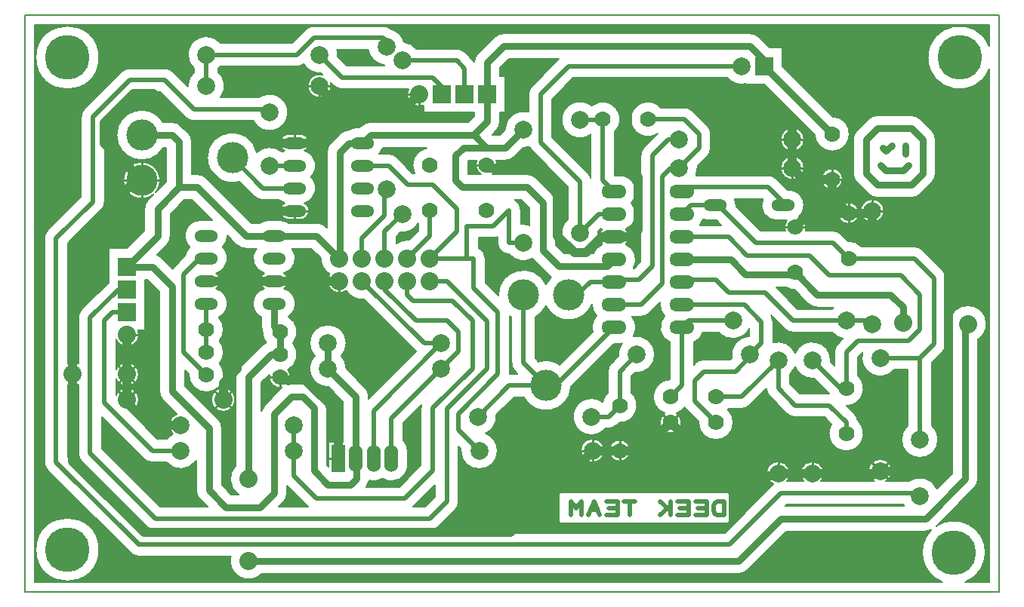
<source format=gbr>
G04 DesignSpark PCB Gerber Version 11.0 Build 5877*
%FSLAX34Y34*%
%MOIN*%
%ADD70O,0.06000X0.12000*%
%ADD19R,0.06000X0.12000*%
%ADD71R,0.07874X0.07874*%
%ADD10C,0.00500*%
%ADD11C,0.01000*%
%ADD18C,0.01969*%
%ADD15C,0.02000*%
%ADD14C,0.03000*%
%ADD12C,0.04000*%
%ADD21C,0.07000*%
%ADD16C,0.07874*%
%ADD13C,0.08000*%
%ADD22C,0.13780*%
%ADD17C,0.19685*%
%ADD20O,0.10400X0.05200*%
%ADD23O,0.11000X0.06000*%
X0Y0D02*
D02*
D10*
X25Y150D02*
X43025D01*
Y25650D01*
X25D01*
Y150D01*
X469Y25206D02*
Y594D01*
X40513D01*
G75*
G02*
X40035Y2894I512J1306D01*
G01*
G75*
G02*
X39775Y2831I-260J506D01*
G01*
X33636D01*
X31927Y1123D01*
G75*
G02*
X31525Y956I-402J402D01*
G01*
X10489D01*
G75*
G02*
X9108Y1731I-589J569D01*
G01*
X5025D01*
G75*
G02*
X4576Y1991I0J519D01*
G01*
X1033Y5533D01*
G75*
G02*
X881Y5900I367J367D01*
G01*
Y15775D01*
G75*
G02*
X1033Y16142I519J0D01*
G01*
X2506Y17615D01*
Y21150D01*
G75*
G02*
X2658Y21517I519J0D01*
G01*
X4283Y23142D01*
G75*
G02*
X4650Y23294I367J-367D01*
G01*
X6200D01*
G75*
G02*
X6567Y23142I0J-519D01*
G01*
X7213Y22495D01*
G75*
G02*
X7213Y22525I812J30D01*
G01*
G75*
G02*
X7506Y23150I812J0D01*
G01*
Y23275D01*
G75*
G02*
X7213Y23900I519J625D01*
G01*
G75*
G02*
X8650Y24419I812J0D01*
G01*
X11810D01*
X12408Y25017D01*
G75*
G02*
X12775Y25169I367J-367D01*
G01*
X15824D01*
G75*
G02*
X16168Y25039I1J-519D01*
G01*
G75*
G02*
X16760Y24458I-193J-789D01*
G01*
G75*
G02*
X17300Y24169I-85J-808D01*
G01*
X19075D01*
G75*
G02*
X19442Y24017I0J-519D01*
G01*
X19792Y23667D01*
G75*
G02*
X19857Y23586I-366J-367D01*
G01*
G75*
G02*
X20023Y23952I568J-36D01*
G01*
X20748Y24677D01*
G75*
G02*
X21150Y24844I402J-402D01*
G01*
X32025D01*
G75*
G02*
X32427Y24677I0J-569D01*
G01*
X32892Y24212D01*
X33462D01*
Y23392D01*
X35686Y21168D01*
G75*
G02*
X35650Y19631I-36J-768D01*
G01*
G75*
G02*
X34882Y20364I0J769D01*
G01*
X32658Y22588D01*
X31838D01*
Y22610D01*
G75*
G02*
X31025Y22881I-188J790D01*
G01*
X24240D01*
X23294Y21935D01*
Y20240D01*
X24892Y18642D01*
G75*
G02*
X25006Y18468I-367J-367D01*
G01*
Y20371D01*
G75*
G02*
X23713Y21025I-481J654D01*
G01*
G75*
G02*
X25044Y21650I812J0D01*
G01*
G75*
G02*
X26044Y20483I481J-600D01*
G01*
Y18569D01*
X26275D01*
G75*
G02*
X26791Y17350I0J-719D01*
G01*
G75*
G02*
X26540Y16182I-516J-500D01*
G01*
G75*
G02*
Y15518I-265J-332D01*
G01*
G75*
G02*
X26884Y14469I-265J-668D01*
G01*
X26910D01*
X27206Y14765D01*
Y19450D01*
G75*
G02*
X27358Y19817I519J0D01*
G01*
X27953Y20411D01*
G75*
G02*
X26756Y21050I-428J639D01*
G01*
G75*
G02*
X28092Y21569I769J0D01*
G01*
X29125D01*
G75*
G02*
X29492Y21417I0J-519D01*
G01*
X30142Y20767D01*
G75*
G02*
X30294Y20400I-367J-367D01*
G01*
Y19775D01*
G75*
G02*
X30142Y19408I-519J0D01*
G01*
X29709Y18975D01*
G75*
G02*
X29712Y18900I-809J-75D01*
G01*
G75*
G02*
X29642Y18569I-812J0D01*
G01*
X32825D01*
G75*
G02*
X33192Y18417I0J-519D01*
G01*
X33680Y17929D01*
X33735D01*
G75*
G02*
X34168Y16728I0J-679D01*
G01*
G75*
G02*
X34474Y16119I-143J-453D01*
G01*
X35675D01*
G75*
G02*
X36042Y15967I0J-519D01*
G01*
X36341Y15668D01*
G75*
G02*
X36375Y15669I35J-768D01*
G01*
G75*
G02*
X36942Y15419I0J-769D01*
G01*
X39275D01*
G75*
G02*
X39642Y15267I0J-519D01*
G01*
X40517Y14392D01*
G75*
G02*
X40669Y14025I-367J-367D01*
G01*
Y11125D01*
G75*
G02*
X40517Y10758I-519J0D01*
G01*
X40044Y10285D01*
Y7525D01*
G75*
G02*
X40337Y6900I-519J-625D01*
G01*
G75*
G02*
X38713I-812J0D01*
G01*
G75*
G02*
X39006Y7525I812J0D01*
G01*
Y9981D01*
X38400D01*
G75*
G02*
X36996Y10731I-625J519D01*
G01*
X36990D01*
X36794Y10535D01*
Y9717D01*
G75*
G02*
X36277Y8381I-519J-567D01*
G01*
X36642Y8017D01*
G75*
G02*
X36789Y7722I-367J-367D01*
G01*
G75*
G02*
X36275Y6381I-514J-572D01*
G01*
G75*
G02*
X35627Y7564I0J769D01*
G01*
X35310Y7881D01*
X34025D01*
G75*
G02*
X33658Y8033I0J519D01*
G01*
X32908Y8783D01*
G75*
G02*
X32756Y9148I367J367D01*
G01*
X32017Y8408D01*
G75*
G02*
X31650Y8256I-367J367D01*
G01*
X31092D01*
G75*
G02*
X31049Y8213I-567J519D01*
G01*
G75*
G02*
X31294Y7650I-524J-562D01*
G01*
G75*
G02*
X29756I-769J0D01*
G01*
G75*
G02*
X29757Y7684I769J0D01*
G01*
X29208Y8233D01*
G75*
G02*
X29141Y8316I366J367D01*
G01*
G75*
G02*
X28781Y8050I-616J459D01*
G01*
G75*
G02*
X29000Y7650I-256J-400D01*
G01*
G75*
G02*
X28050I-475J0D01*
G01*
G75*
G02*
X28269Y8050I475J0D01*
G01*
G75*
G02*
X28506Y9543I256J725D01*
G01*
Y11183D01*
G75*
G02*
X28259Y12350I269J667D01*
G01*
G75*
G02*
X28056Y12850I516J500D01*
G01*
G75*
G02*
X28064Y12956I719J0D01*
G01*
X27592Y12483D01*
G75*
G02*
X27225Y12331I-367J367D01*
G01*
X26809D01*
G75*
G02*
X26870Y11448I-534J-481D01*
G01*
G75*
G02*
X27837Y10650I155J-798D01*
G01*
G75*
G02*
X26950Y9841I-812J0D01*
G01*
X26794Y9685D01*
Y8967D01*
G75*
G02*
X26275Y7631I-519J-567D01*
G01*
G75*
G02*
X26241Y7632I0J769D01*
G01*
X26142Y7533D01*
G75*
G02*
X25775Y7381I-367J367D01*
G01*
X25650D01*
G75*
G02*
X24213Y7900I-625J519D01*
G01*
G75*
G02*
X25520Y8544I812J0D01*
G01*
G75*
G02*
X25756Y8967I755J-144D01*
G01*
Y9900D01*
G75*
G02*
X25908Y10267I519J0D01*
G01*
X26216Y10575D01*
G75*
G02*
X26213Y10650I809J75D01*
G01*
G75*
G02*
X26376Y11138I812J0D01*
G01*
G75*
G02*
X26275Y11131I-101J712D01*
G01*
X26040D01*
X24131Y9223D01*
G75*
G02*
X22046Y8756I-1106J52D01*
G01*
X21615D01*
X20834Y7975D01*
G75*
G02*
X20837Y7900I-809J-75D01*
G01*
G75*
G02*
X20361Y7160I-812J0D01*
G01*
G75*
G02*
X20887Y6400I-286J-760D01*
G01*
G75*
G02*
X19263I-812J0D01*
G01*
G75*
G02*
X19266Y6475I813J0D01*
G01*
X19169Y6573D01*
Y4150D01*
G75*
G02*
X19017Y3783I-519J0D01*
G01*
X18267Y3033D01*
G75*
G02*
X17900Y2881I-367J367D01*
G01*
X5775D01*
G75*
G02*
X5408Y3033I0J519D01*
G01*
X2533Y5908D01*
G75*
G02*
X2381Y6275I367J367D01*
G01*
Y9314D01*
G75*
G02*
X1919Y9295I-251J461D01*
G01*
Y6115D01*
X5265Y2769D01*
X30910D01*
X33033Y4892D01*
G75*
G02*
X33069Y4924I367J-367D01*
G01*
G75*
G02*
X33275Y5919I206J476D01*
G01*
G75*
G02*
X33652Y5044I0J-519D01*
G01*
X34398D01*
G75*
G02*
X34775Y5919I377J356D01*
G01*
G75*
G02*
X35152Y5044I0J-519D01*
G01*
X37528D01*
G75*
G02*
X37775Y6019I247J456D01*
G01*
G75*
G02*
X38022Y5044I0J-519D01*
G01*
X39029D01*
G75*
G02*
X40277Y4707I496J-644D01*
G01*
X40956Y5386D01*
Y11565D01*
G75*
G02*
X40831Y12000I694J435D01*
G01*
G75*
G02*
X42469I819J0D01*
G01*
G75*
G02*
X42094Y11312I-819J0D01*
G01*
Y5150D01*
G75*
G02*
X41927Y4748I-569J0D01*
G01*
X40246Y3067D01*
G75*
G02*
X42428Y1900I779J-1167D01*
G01*
G75*
G02*
X41537Y594I-1403J0D01*
G01*
X42581D01*
Y23263D01*
G75*
G02*
X39872Y23775I-1306J512D01*
G01*
G75*
G02*
X42581Y24287I1403J0D01*
G01*
Y25206D01*
X469D01*
X497Y2025D02*
G75*
G02*
X3303I1403J0D01*
G01*
G75*
G02*
X497I-1403J0D01*
G01*
Y23775D02*
G75*
G02*
X3303I1403J0D01*
G01*
G75*
G02*
X497I-1403J0D01*
G01*
X40052Y20552D02*
G75*
G02*
X40219Y20150I-402J-402D01*
G01*
Y18650D01*
G75*
G02*
X40052Y18248I-569J0D01*
G01*
X39552Y17748D01*
G75*
G02*
X39150Y17581I-402J402D01*
G01*
X37650D01*
G75*
G02*
X37248Y17748I0J569D01*
G01*
X36748Y18248D01*
G75*
G02*
X36581Y18650I402J402D01*
G01*
Y20150D01*
G75*
G02*
X36748Y20552I569J0D01*
G01*
X37248Y21052D01*
G75*
G02*
X37650Y21219I402J-402D01*
G01*
X39150D01*
G75*
G02*
X39552Y21052I0J-569D01*
G01*
X40052Y20552D01*
X37425Y17519D02*
G75*
G02*
X37944Y17000I0J-519D01*
G01*
G75*
G02*
X37425Y16481I-519J0D01*
G01*
G75*
G02*
X36906Y17000I0J519D01*
G01*
G75*
G02*
X37425Y17519I519J0D01*
G01*
X35650Y18875D02*
G75*
G02*
X36125Y18400I0J-475D01*
G01*
G75*
G02*
X35650Y17925I-475J0D01*
G01*
G75*
G02*
X35175Y18400I0J475D01*
G01*
G75*
G02*
X35650Y18875I475J0D01*
G01*
X36375Y17375D02*
G75*
G02*
X36850Y16900I0J-475D01*
G01*
G75*
G02*
X36375Y16425I-475J0D01*
G01*
G75*
G02*
X35900Y16900I0J475D01*
G01*
G75*
G02*
X36375Y17375I475J0D01*
G01*
X33381Y18900D02*
G75*
G02*
X34419I519J0D01*
G01*
G75*
G02*
X33381I-519J0D01*
G01*
Y20150D02*
G75*
G02*
X34419I519J0D01*
G01*
G75*
G02*
X33381I-519J0D01*
G01*
X26275Y6875D02*
G75*
G02*
X26750Y6400I0J-475D01*
G01*
G75*
G02*
X26275Y5925I-475J0D01*
G01*
G75*
G02*
X25800Y6400I0J475D01*
G01*
G75*
G02*
X26275Y6875I475J0D01*
G01*
X24556Y6400D02*
G75*
G02*
X25594I519J0D01*
G01*
G75*
G02*
X24556I-519J0D01*
G01*
X30998Y4568D02*
G75*
G02*
X31123Y4443I0J-125D01*
G01*
Y3302D01*
G75*
G02*
X30998Y3177I-125J0D01*
G01*
X23715D01*
G75*
G02*
X23590Y3302I0J125D01*
G01*
Y4443D01*
G75*
G02*
X23715Y4568I125J0D01*
G01*
X30998D01*
X494Y2025D02*
G36*
X494Y2025D02*
Y619D01*
X40454D01*
G75*
G02*
X39622Y1900I571J1281D01*
G01*
G75*
G02*
X39628Y2025I1403J0D01*
G01*
X32829D01*
X31927Y1123D01*
G75*
G02*
X31525Y956I-402J402D01*
G01*
X10489D01*
G75*
G02*
X9081Y1525I-589J569D01*
G01*
G75*
G02*
X9108Y1731I819J0D01*
G01*
X5025D01*
G75*
G02*
X4576Y1991I0J519D01*
G01*
X4541Y2025D01*
X3303D01*
G75*
G02*
X497I-1403J0D01*
G01*
X494D01*
G37*
X42422D02*
G36*
X42422Y2025D02*
G75*
G02*
X42428Y1900I-1398J-125D01*
G01*
G75*
G02*
X41596Y619I-1403J0D01*
G01*
X42556D01*
Y2025D01*
X42422D01*
G37*
X494Y3872D02*
G36*
X494Y3872D02*
Y2025D01*
X497D01*
G75*
G02*
X3303I1403J0D01*
G01*
X4541D01*
X2694Y3872D01*
X494D01*
G37*
X4569D02*
G36*
X4569Y3872D02*
X4161D01*
X5265Y2769D01*
X30910D01*
X32014Y3872D01*
X31123D01*
Y3302D01*
G75*
G02*
X30998Y3177I-125J0D01*
G01*
X23715D01*
G75*
G02*
X23590Y3302I0J125D01*
G01*
Y3872D01*
X19088D01*
G75*
G02*
X19017Y3783I-438J278D01*
G01*
X18267Y3033D01*
G75*
G02*
X17900Y2881I-367J367D01*
G01*
X5775D01*
G75*
G02*
X5408Y3033I0J519D01*
G01*
X4569Y3872D01*
G37*
X33636Y2831D02*
G36*
X33636Y2831D02*
X32829Y2025D01*
X39628D01*
G75*
G02*
X40035Y2894I1397J-125D01*
G01*
G75*
G02*
X39775Y2831I-260J506D01*
G01*
X33636D01*
G37*
X41052Y3872D02*
G36*
X41052Y3872D02*
X40246Y3067D01*
G75*
G02*
X42422Y2025I779J-1167D01*
G01*
X42556D01*
Y3872D01*
X41052D01*
G37*
X494Y6400D02*
G36*
X494Y6400D02*
Y3872D01*
X2694D01*
X1033Y5533D01*
G75*
G02*
X881Y5900I367J367D01*
G01*
Y6400D01*
X494D01*
G37*
X1919D02*
G36*
X1919Y6400D02*
Y6115D01*
X4161Y3872D01*
X4569D01*
X2533Y5908D01*
G75*
G02*
X2381Y6275I367J367D01*
G01*
Y6400D01*
X1919D01*
G37*
X19169Y4150D02*
G36*
X19169Y4150D02*
G75*
G02*
X19088Y3872I-519J0D01*
G01*
X23590D01*
Y4443D01*
G75*
G02*
X23715Y4568I125J0D01*
G01*
X30998D01*
G75*
G02*
X31123Y4443I0J-125D01*
G01*
Y3872D01*
X32014D01*
X33033Y4892D01*
G75*
G02*
X33069Y4924I371J-371D01*
G01*
G75*
G02*
X32756Y5400I206J476D01*
G01*
G75*
G02*
X33275Y5919I519J0D01*
G01*
G75*
G02*
X33794Y5400I0J-519D01*
G01*
G75*
G02*
X33652Y5044I-519J0D01*
G01*
X34398D01*
G75*
G02*
X34256Y5400I377J356D01*
G01*
G75*
G02*
X34775Y5919I519J0D01*
G01*
G75*
G02*
X35294Y5400I0J-519D01*
G01*
G75*
G02*
X35152Y5044I-519J0D01*
G01*
X37528D01*
G75*
G02*
X37256Y5500I247J456D01*
G01*
G75*
G02*
X37775Y6019I519J0D01*
G01*
G75*
G02*
X38294Y5500I0J-519D01*
G01*
G75*
G02*
X38022Y5044I-519J0D01*
G01*
X39029D01*
G75*
G02*
X40277Y4707I496J-644D01*
G01*
X40956Y5386D01*
Y6400D01*
X40165D01*
G75*
G02*
X38885I-640J500D01*
G01*
X36444D01*
G75*
G02*
X36275Y6381I-169J750D01*
G01*
G75*
G02*
X36106Y6400I0J769D01*
G01*
X26750D01*
G75*
G02*
X26275Y5925I-475J0D01*
G01*
G75*
G02*
X25800Y6400I0J475D01*
G01*
X25594D01*
G75*
G02*
X24556I-519J0D01*
G01*
X20887D01*
G75*
G02*
X19263I-812J0D01*
G01*
X19169D01*
Y4150D01*
G37*
X41927Y4748D02*
G36*
X41927Y4748D02*
X41052Y3872D01*
X42556D01*
Y6400D01*
X42094D01*
Y5150D01*
G75*
G02*
X41927Y4748I-569J0D01*
G01*
G37*
X494Y17000D02*
G36*
X494Y17000D02*
Y6400D01*
X881D01*
Y15775D01*
G75*
G02*
X1033Y16142I519J0D01*
G01*
X1891Y17000D01*
X494D01*
G37*
X1919Y9295D02*
G36*
X1919Y9295D02*
Y6400D01*
X2381D01*
Y9314D01*
G75*
G02*
X1919Y9295I-251J461D01*
G01*
G37*
X19169Y6573D02*
G36*
X19169Y6573D02*
Y6400D01*
X19263D01*
Y6400D01*
G75*
G02*
X19266Y6475I803J0D01*
G01*
X19169Y6573D01*
G37*
X20837Y7900D02*
G36*
X20837Y7900D02*
G75*
G02*
X20361Y7160I-812J0D01*
G01*
G75*
G02*
X20887Y6400I-286J-760D01*
G01*
X24556D01*
G75*
G02*
X25594I519J0D01*
G01*
X25800D01*
G75*
G02*
X26275Y6875I475J0D01*
G01*
G75*
G02*
X26750Y6400I0J-475D01*
G01*
X36106D01*
G75*
G02*
X35506Y7150I169J750D01*
G01*
G75*
G02*
X35627Y7564I769J0D01*
G01*
X35310Y7881D01*
X34025D01*
G75*
G02*
X33658Y8033I0J519D01*
G01*
X32908Y8783D01*
G75*
G02*
X32756Y9148I367J367D01*
G01*
X32017Y8408D01*
G75*
G02*
X31650Y8256I-367J367D01*
G01*
X31092D01*
G75*
G02*
X31049Y8213I-572J524D01*
G01*
G75*
G02*
X31294Y7650I-524J-563D01*
G01*
G75*
G02*
X29756I-769J0D01*
G01*
G75*
G02*
X29757Y7684I753J0D01*
G01*
X29208Y8233D01*
G75*
G02*
X29141Y8316I368J368D01*
G01*
G75*
G02*
X28781Y8050I-616J459D01*
G01*
G75*
G02*
X29000Y7650I-256J-400D01*
G01*
Y7650D01*
G75*
G02*
X28050I-475J0D01*
G01*
Y7650D01*
G75*
G02*
X28269Y8050I475J0D01*
G01*
G75*
G02*
X27756Y8775I256J725D01*
G01*
G75*
G02*
X28506Y9543I769J0D01*
G01*
Y11183D01*
G75*
G02*
X28056Y11850I269J667D01*
G01*
G75*
G02*
X28259Y12350I719J0D01*
G01*
G75*
G02*
X28056Y12850I516J500D01*
G01*
Y12850D01*
G75*
G02*
X28064Y12956I725J0D01*
G01*
X27592Y12483D01*
G75*
G02*
X27225Y12331I-367J367D01*
G01*
X26809D01*
G75*
G02*
X26994Y11850I-534J-481D01*
G01*
G75*
G02*
X26870Y11448I-719J0D01*
G01*
G75*
G02*
X27837Y10650I154J-798D01*
G01*
G75*
G02*
X26950Y9841I-812J0D01*
G01*
X26794Y9685D01*
Y8967D01*
G75*
G02*
X27044Y8400I-519J-567D01*
G01*
G75*
G02*
X26275Y7631I-769J0D01*
G01*
G75*
G02*
X26241Y7632I0J753D01*
G01*
X26142Y7533D01*
G75*
G02*
X25775Y7381I-367J367D01*
G01*
X25650D01*
G75*
G02*
X24213Y7900I-625J519D01*
G01*
G75*
G02*
X25520Y8544I812J0D01*
G01*
G75*
G02*
X25756Y8967I755J-144D01*
G01*
Y9900D01*
G75*
G02*
X25908Y10267I519J0D01*
G01*
X26216Y10575D01*
G75*
G02*
X26213Y10650I799J75D01*
G01*
Y10650D01*
G75*
G02*
X26376Y11138I813J0D01*
G01*
G75*
G02*
X26275Y11131I-101J713D01*
G01*
X26040D01*
X24131Y9223D01*
G75*
G02*
X22046Y8756I-1106J52D01*
G01*
X21615D01*
X20834Y7975D01*
G75*
G02*
X20837Y7900I-799J-75D01*
G01*
Y7900D01*
Y7900D01*
G37*
X26700Y15850D02*
G36*
X26700Y15850D02*
G75*
G02*
X26540Y15518I-425J0D01*
G01*
G75*
G02*
X26994Y14850I-265J-668D01*
G01*
G75*
G02*
X26884Y14469I-719J0D01*
G01*
X26910D01*
X27206Y14765D01*
Y17000D01*
X26978D01*
G75*
G02*
X26994Y16850I-703J-150D01*
G01*
G75*
G02*
X26540Y16182I-719J0D01*
G01*
G75*
G02*
X26700Y15850I-265J-332D01*
G01*
G37*
X34366Y17000D02*
G36*
X34366Y17000D02*
G75*
G02*
X34168Y16728I-631J250D01*
G01*
G75*
G02*
X34500Y16275I-143J-453D01*
G01*
G75*
G02*
X34474Y16119I-475J0D01*
G01*
X35675D01*
G75*
G02*
X36042Y15967I0J-519D01*
G01*
X36341Y15668D01*
G75*
G02*
X36375Y15669I34J-749D01*
G01*
G75*
G02*
X36942Y15419I0J-769D01*
G01*
X39275D01*
G75*
G02*
X39642Y15267I0J-519D01*
G01*
X40517Y14392D01*
G75*
G02*
X40669Y14025I-367J-367D01*
G01*
Y11125D01*
G75*
G02*
X40517Y10758I-519J0D01*
G01*
X40044Y10285D01*
Y7525D01*
G75*
G02*
X40337Y6900I-519J-625D01*
G01*
Y6900D01*
G75*
G02*
X40165Y6400I-812J0D01*
G01*
X40956D01*
Y11565D01*
G75*
G02*
X40831Y12000I694J435D01*
G01*
G75*
G02*
X42469I819J0D01*
G01*
G75*
G02*
X42094Y11312I-819J0D01*
G01*
Y6400D01*
X42556D01*
Y17000D01*
X37944D01*
G75*
G02*
X37425Y16481I-519J0D01*
G01*
G75*
G02*
X36906Y17000I0J519D01*
G01*
X36839D01*
G75*
G02*
X36850Y16900I-464J-100D01*
G01*
G75*
G02*
X36375Y16425I-475J0D01*
G01*
G75*
G02*
X35900Y16900I0J475D01*
G01*
G75*
G02*
X35911Y17000I475J0D01*
G01*
X34366D01*
G37*
X36277Y8381D02*
G36*
X36277Y8381D02*
X36642Y8017D01*
G75*
G02*
X36789Y7722I-366J-367D01*
G01*
G75*
G02*
X37044Y7150I-514J-572D01*
G01*
G75*
G02*
X36444Y6400I-769J0D01*
G01*
X38885D01*
G75*
G02*
X38713Y6900I640J500D01*
G01*
G75*
G02*
X39006Y7525I813J0D01*
G01*
Y9981D01*
X38400D01*
G75*
G02*
X36963Y10500I-625J519D01*
G01*
G75*
G02*
X36996Y10731I812J0D01*
G01*
X36990D01*
X36794Y10535D01*
Y9717D01*
G75*
G02*
X37044Y9150I-519J-567D01*
G01*
G75*
G02*
X36277Y8381I-769J0D01*
G01*
G37*
X494Y18400D02*
G36*
X494Y18400D02*
Y17000D01*
X1891D01*
X2506Y17615D01*
Y18400D01*
X494D01*
G37*
X26791Y17350D02*
G36*
X26791Y17350D02*
G75*
G02*
X26978Y17000I-516J-500D01*
G01*
X27206D01*
Y18400D01*
X26738D01*
G75*
G02*
X26994Y17850I-463J-550D01*
G01*
G75*
G02*
X26791Y17350I-719J0D01*
G01*
G37*
X33209Y18400D02*
G36*
X33209Y18400D02*
X33680Y17929D01*
X33735D01*
G75*
G02*
X34414Y17250I0J-679D01*
G01*
G75*
G02*
X34366Y17000I-679J0D01*
G01*
X35911D01*
G75*
G02*
X36375Y17375I464J-100D01*
G01*
G75*
G02*
X36839Y17000I0J-475D01*
G01*
X36906D01*
G75*
G02*
X37425Y17519I519J0D01*
G01*
G75*
G02*
X37944Y17000I0J-519D01*
G01*
X42556D01*
Y18400D01*
X40161D01*
G75*
G02*
X40052Y18248I-511J250D01*
G01*
X39552Y17748D01*
G75*
G02*
X39150Y17581I-402J402D01*
G01*
X37650D01*
G75*
G02*
X37248Y17748I0J569D01*
G01*
X36748Y18248D01*
G75*
G02*
X36639Y18400I402J402D01*
G01*
X36125D01*
G75*
G02*
X35650Y17925I-475J0D01*
G01*
G75*
G02*
X35175Y18400I0J475D01*
G01*
X34038D01*
G75*
G02*
X33762I-138J500D01*
G01*
X33209D01*
G37*
X494Y18900D02*
G36*
X494Y18900D02*
Y18400D01*
X2506D01*
Y18900D01*
X494D01*
G37*
X24634D02*
G36*
X24634Y18900D02*
X24892Y18642D01*
G75*
G02*
X25006Y18468I-366J-367D01*
G01*
Y18900D01*
X24634D01*
G37*
X26044D02*
G36*
X26044Y18900D02*
Y18569D01*
X26275D01*
G75*
G02*
X26738Y18400I0J-719D01*
G01*
X27206D01*
Y18900D01*
X26044D01*
G37*
X29712D02*
G36*
X29712Y18900D02*
G75*
G02*
X29642Y18569I-813J0D01*
G01*
X32825D01*
G75*
G02*
X33192Y18417I0J-519D01*
G01*
X33209Y18400D01*
X33762D01*
G75*
G02*
X33381Y18900I138J500D01*
G01*
X29712D01*
G37*
X34419D02*
G36*
X34419Y18900D02*
G75*
G02*
X34038Y18400I-519J0D01*
G01*
X35175D01*
G75*
G02*
X35650Y18875I475J0D01*
G01*
G75*
G02*
X36125Y18400I0J-475D01*
G01*
X36639D01*
G75*
G02*
X36581Y18650I511J250D01*
G01*
Y18900D01*
X34419D01*
G37*
X40219Y18650D02*
G36*
X40219Y18650D02*
G75*
G02*
X40161Y18400I-569J0D01*
G01*
X42556D01*
Y18900D01*
X40219D01*
Y18650D01*
G37*
X494Y19400D02*
G36*
X494Y19400D02*
Y18900D01*
X2506D01*
Y19400D01*
X494D01*
G37*
X24134D02*
G36*
X24134Y19400D02*
X24634Y18900D01*
X25006D01*
Y19400D01*
X24134D01*
G37*
X26044D02*
G36*
X26044Y19400D02*
Y18900D01*
X27206D01*
Y19400D01*
X26044D01*
G37*
X29712Y18900D02*
G36*
X29712Y18900D02*
Y18900D01*
X33381D01*
G75*
G02*
X33762Y19400I519J0D01*
G01*
X30134D01*
X29709Y18975D01*
G75*
G02*
X29712Y18900I-799J-75D01*
G01*
G37*
X34038Y19400D02*
G36*
X34038Y19400D02*
G75*
G02*
X34419Y18900I-138J-500D01*
G01*
X36581D01*
Y19400D01*
X34038D01*
G37*
X40219D02*
G36*
X40219Y19400D02*
Y18900D01*
X42556D01*
Y19400D01*
X40219D01*
G37*
X494Y20150D02*
G36*
X494Y20150D02*
Y19400D01*
X2506D01*
Y20150D01*
X494D01*
G37*
X23384D02*
G36*
X23384Y20150D02*
X24134Y19400D01*
X25006D01*
Y20150D01*
X23384D01*
G37*
X26044D02*
G36*
X26044Y20150D02*
Y19400D01*
X27206D01*
Y19450D01*
G75*
G02*
X27358Y19817I519J0D01*
G01*
X27691Y20150D01*
X26044D01*
G37*
X30142Y19408D02*
G36*
X30142Y19408D02*
X30134Y19400D01*
X33762D01*
G75*
G02*
X34038I138J-500D01*
G01*
X36581D01*
Y20150D01*
X36377D01*
G75*
G02*
X35650Y19631I-727J250D01*
G01*
G75*
G02*
X34923Y20150I0J769D01*
G01*
X34419D01*
G75*
G02*
X33381I-519J0D01*
G01*
X30294D01*
Y19775D01*
G75*
G02*
X30142Y19408I-519J0D01*
G01*
G37*
X40219Y20150D02*
G36*
X40219Y20150D02*
Y19400D01*
X42556D01*
Y20150D01*
X40219D01*
G37*
X494Y23775D02*
G36*
X494Y23775D02*
Y20150D01*
X2506D01*
Y21150D01*
G75*
G02*
X2658Y21517I519J0D01*
G01*
X4283Y23142D01*
G75*
G02*
X4650Y23294I367J-367D01*
G01*
X6200D01*
G75*
G02*
X6567Y23142I0J-519D01*
G01*
X7213Y22495D01*
G75*
G02*
X7213Y22525I922J32D01*
G01*
G75*
G02*
X7506Y23150I813J0D01*
G01*
Y23275D01*
G75*
G02*
X7222Y23775I519J625D01*
G01*
X3303D01*
G75*
G02*
X497I-1403J0D01*
G01*
X494D01*
G37*
X19684D02*
G36*
X19684Y23775D02*
X19792Y23667D01*
G75*
G02*
X19857Y23586I-365J-366D01*
G01*
G75*
G02*
X19903Y23775I568J-36D01*
G01*
X19684D01*
G37*
X23294Y21935D02*
G36*
X23294Y21935D02*
Y20240D01*
X23384Y20150D01*
X25006D01*
Y20371D01*
G75*
G02*
X23713Y21025I-481J654D01*
G01*
G75*
G02*
X25044Y21650I812J0D01*
G01*
G75*
G02*
X26294Y21050I481J-600D01*
G01*
G75*
G02*
X26044Y20483I-769J0D01*
G01*
Y20150D01*
X27691D01*
X27953Y20411D01*
G75*
G02*
X26756Y21050I-428J639D01*
G01*
Y21050D01*
G75*
G02*
X28092Y21569I769J0D01*
G01*
X29125D01*
G75*
G02*
X29492Y21417I0J-519D01*
G01*
X30142Y20767D01*
G75*
G02*
X30294Y20400I-367J-367D01*
G01*
Y20150D01*
X33381D01*
G75*
G02*
X34419I519J0D01*
G01*
X34923D01*
G75*
G02*
X34882Y20364I727J250D01*
G01*
X32658Y22588D01*
X31838D01*
Y22610D01*
G75*
G02*
X31025Y22881I-188J791D01*
G01*
X24240D01*
X23294Y21935D01*
G37*
X33462Y23775D02*
G36*
X33462Y23775D02*
Y23392D01*
X35686Y21168D01*
G75*
G02*
X36419Y20400I-36J-768D01*
G01*
G75*
G02*
X36377Y20150I-769J0D01*
G01*
X36581D01*
G75*
G02*
X36748Y20552I569J0D01*
G01*
X37248Y21052D01*
G75*
G02*
X37650Y21219I402J-402D01*
G01*
X39150D01*
G75*
G02*
X39552Y21052I0J-569D01*
G01*
X40052Y20552D01*
G75*
G02*
X40219Y20150I-402J-402D01*
G01*
X42556D01*
Y23204D01*
G75*
G02*
X39872Y23775I-1281J571D01*
G01*
X33462D01*
G37*
X494Y25181D02*
G36*
X494Y25181D02*
Y23775D01*
X497D01*
G75*
G02*
X3303I1403J0D01*
G01*
X7222D01*
G75*
G02*
X7213Y23900I803J125D01*
G01*
Y23900D01*
G75*
G02*
X8650Y24419I812J0D01*
G01*
X11810D01*
X12408Y25017D01*
G75*
G02*
X12775Y25169I367J-367D01*
G01*
X15824D01*
G75*
G02*
X16168Y25039I1J-519D01*
G01*
G75*
G02*
X16760Y24458I-193J-789D01*
G01*
G75*
G02*
X17300Y24169I-85J-808D01*
G01*
X19075D01*
G75*
G02*
X19442Y24017I0J-519D01*
G01*
X19684Y23775D01*
X19903D01*
G75*
G02*
X20023Y23952I523J-225D01*
G01*
X20748Y24677D01*
G75*
G02*
X21150Y24844I402J-402D01*
G01*
X32025D01*
G75*
G02*
X32427Y24677I0J-569D01*
G01*
X32892Y24212D01*
X33462D01*
Y23775D01*
X39872D01*
G75*
G02*
X42556Y24346I1403J0D01*
G01*
Y25181D01*
X494D01*
G37*
X1919Y15560D02*
Y10255D01*
G75*
G02*
X2381Y10236I212J-480D01*
G01*
Y12275D01*
G75*
G02*
X2533Y12642I519J0D01*
G01*
X3713Y13821D01*
Y15337D01*
X4533D01*
X5306Y16111D01*
Y17100D01*
G75*
G02*
X5473Y17502I569J0D01*
G01*
X5692Y17721D01*
G75*
G02*
X4361Y18350I-517J629D01*
G01*
G75*
G02*
X5175Y19164I814J0D01*
G01*
G75*
G02*
X5804Y17833I0J-814D01*
G01*
X6256Y18286D01*
Y19781D01*
X6126D01*
G75*
G02*
X4067Y20350I-951J569D01*
G01*
G75*
G02*
X6126Y20919I1108J0D01*
G01*
X6525D01*
G75*
G02*
X6928Y20752I0J-569D01*
G01*
X7227Y20453D01*
G75*
G02*
X7394Y20050I-402J-403D01*
G01*
Y18619D01*
X7625D01*
G75*
G02*
X8027Y18452I0J-569D01*
G01*
X10011Y16469D01*
X10395D01*
G75*
G02*
X10765Y16579I371J-569D01*
G01*
X11285D01*
G75*
G02*
X11655Y16469I0J-679D01*
G01*
X12900D01*
G75*
G02*
X13302Y16302I0J-569D01*
G01*
X13356Y16248D01*
Y19600D01*
G75*
G02*
X13523Y20002I569J0D01*
G01*
X13923Y20402D01*
G75*
G02*
X14293Y20568I402J-402D01*
G01*
G75*
G02*
X14665Y20679I372J-568D01*
G01*
X14799D01*
X14873Y20752D01*
G75*
G02*
X15275Y20919I402J-402D01*
G01*
X19589D01*
X19856Y21186D01*
Y21338D01*
X17613D01*
Y21660D01*
G75*
G02*
X16954Y22381I-188J490D01*
G01*
X14025D01*
G75*
G02*
X13658Y22533I0J519D01*
G01*
X13524Y22668D01*
G75*
G02*
X13544Y22525I-499J-143D01*
G01*
G75*
G02*
X12506I-519J0D01*
G01*
G75*
G02*
X13168Y23024I519J0D01*
G01*
X13100Y23091D01*
G75*
G02*
X12330Y23480I-75J809D01*
G01*
G75*
G02*
X12025Y23381I-305J420D01*
G01*
X8650D01*
G75*
G02*
X8544Y23275I-625J519D01*
G01*
Y23150D01*
G75*
G02*
X8660Y22019I-519J-625D01*
G01*
X10364D01*
G75*
G02*
X11637Y21350I461J-669D01*
G01*
G75*
G02*
X10101Y20981I-812J0D01*
G01*
X7475D01*
G75*
G02*
X7108Y21133I0J519D01*
G01*
X5985Y22256D01*
X4865D01*
X3544Y20935D01*
Y17400D01*
G75*
G02*
X3392Y17033I-519J0D01*
G01*
X1919Y15560D01*
X12358Y19656D02*
G75*
G02*
X12644Y18500I-173J-656D01*
G01*
G75*
G02*
X12358Y17344I-459J-500D01*
G01*
G75*
G02*
X12185Y16615I-173J-344D01*
G01*
X11665D01*
G75*
G02*
X11492Y17344I0J385D01*
G01*
G75*
G02*
X11227Y17481I173J656D01*
G01*
X10525D01*
G75*
G02*
X10158Y17633I0J519D01*
G01*
X9500Y18291D01*
G75*
G02*
X8067Y19350I-325J1059D01*
G01*
G75*
G02*
X10258Y19582I1108J0D01*
G01*
G75*
G02*
X11364Y19608I567J-582D01*
G01*
G75*
G02*
X11492Y19656I302J-608D01*
G01*
G75*
G02*
X11665Y20385I173J344D01*
G01*
X12185D01*
G75*
G02*
X12358Y19656I0J-385D01*
G01*
X1944Y15585D02*
G36*
X1944Y15585D02*
Y10266D01*
G75*
G02*
X2329Y10261I187J-491D01*
G01*
X2381D01*
Y12275D01*
G75*
G02*
X2533Y12642I519J0D01*
G01*
X3713Y13821D01*
Y15337D01*
X4533D01*
X5306Y16111D01*
Y17100D01*
G75*
G02*
X5473Y17502I569J0D01*
G01*
X5692Y17721D01*
G75*
G02*
X4361Y18350I-517J629D01*
G01*
G75*
G02*
X4383Y18536I814J0D01*
G01*
X3544D01*
Y17400D01*
G75*
G02*
X3392Y17033I-519J0D01*
G01*
X1944Y15585D01*
G37*
X5989Y18350D02*
G36*
X5989Y18350D02*
G75*
G02*
X5804Y17833I-814J0D01*
G01*
X6256Y18286D01*
Y18536D01*
X5967D01*
G75*
G02*
X5989Y18350I-792J-186D01*
G01*
G37*
X7920Y18536D02*
G36*
X7920Y18536D02*
G75*
G02*
X8027Y18452I-295J-486D01*
G01*
X10011Y16469D01*
X10395D01*
G75*
G02*
X10765Y16579I371J-569D01*
G01*
X11285D01*
G75*
G02*
X11655Y16469I0J-678D01*
G01*
X12900D01*
G75*
G02*
X13302Y16302I0J-569D01*
G01*
X13356Y16248D01*
Y18536D01*
X12681D01*
G75*
G02*
X12644Y18500I-496J464D01*
G01*
G75*
G02*
X12864Y18000I-459J-500D01*
G01*
G75*
G02*
X12358Y17344I-679J0D01*
G01*
G75*
G02*
X12570Y17000I-173J-344D01*
G01*
G75*
G02*
X12185Y16615I-385J0D01*
G01*
X11665D01*
G75*
G02*
X11280Y17000I0J385D01*
G01*
G75*
G02*
X11492Y17344I385J0D01*
G01*
G75*
G02*
X11227Y17481I173J656D01*
G01*
X10525D01*
G75*
G02*
X10158Y17633I0J519D01*
G01*
X9500Y18291D01*
G75*
G02*
X8423Y18536I-325J1059D01*
G01*
X7920D01*
G37*
X3544Y20935D02*
G36*
X3544Y20935D02*
Y18536D01*
X4383D01*
G75*
G02*
X5175Y19164I792J-186D01*
G01*
G75*
G02*
X5967Y18536I0J-814D01*
G01*
X6256D01*
Y19781D01*
X6126D01*
G75*
G02*
X4067Y20350I-951J569D01*
G01*
G75*
G02*
X6126Y20919I1108J0D01*
G01*
X6525D01*
G75*
G02*
X6928Y20752I0J-569D01*
G01*
X7227Y20453D01*
G75*
G02*
X7394Y20050I-402J-403D01*
G01*
Y18619D01*
X7625D01*
G75*
G02*
X7920Y18536I0J-569D01*
G01*
X8423D01*
G75*
G02*
X8067Y19350I752J814D01*
G01*
Y19350D01*
Y19350D01*
G75*
G02*
X10258Y19582I1108J0D01*
G01*
G75*
G02*
X11364Y19608I567J-582D01*
G01*
G75*
G02*
X11492Y19656I301J-608D01*
G01*
G75*
G02*
X11280Y20000I173J344D01*
G01*
G75*
G02*
X11665Y20385I385J0D01*
G01*
X12185D01*
G75*
G02*
X12570Y20000I0J-385D01*
G01*
G75*
G02*
X12358Y19656I-385J0D01*
G01*
G75*
G02*
X12864Y19000I-173J-656D01*
G01*
G75*
G02*
X12681Y18536I-679J0D01*
G01*
X13356D01*
Y19600D01*
G75*
G02*
X13523Y20002I569J0D01*
G01*
X13923Y20402D01*
G75*
G02*
X14293Y20568I402J-402D01*
G01*
G75*
G02*
X14665Y20679I372J-568D01*
G01*
X14799D01*
X14873Y20752D01*
G75*
G02*
X15275Y20919I402J-402D01*
G01*
X19589D01*
X19831Y21161D01*
Y21338D01*
X17613D01*
Y21660D01*
G75*
G02*
X16900Y22150I-188J490D01*
G01*
G75*
G02*
X16954Y22381I525J0D01*
G01*
X14025D01*
G75*
G02*
X13658Y22533I0J519D01*
G01*
X13524Y22668D01*
G75*
G02*
X13544Y22525I-499J-143D01*
G01*
G75*
G02*
X12506I-519J0D01*
G01*
Y22525D01*
G75*
G02*
X13168Y23024I519J0D01*
G01*
X13100Y23091D01*
G75*
G02*
X12345Y23455I-75J809D01*
G01*
X12292D01*
G75*
G02*
X12025Y23381I-267J445D01*
G01*
X8650D01*
G75*
G02*
X8544Y23275I-625J518D01*
G01*
Y23150D01*
G75*
G02*
X8837Y22525I-519J-625D01*
G01*
G75*
G02*
X8660Y22019I-812J0D01*
G01*
X10364D01*
G75*
G02*
X11637Y21350I461J-669D01*
G01*
G75*
G02*
X10101Y20981I-812J0D01*
G01*
X7475D01*
G75*
G02*
X7108Y21133I0J519D01*
G01*
X5985Y22256D01*
X4865D01*
X3544Y20935D01*
G37*
X3419Y7898D02*
Y6490D01*
X5990Y3919D01*
X8077D01*
X7748Y4248D01*
G75*
G02*
X7581Y4650I402J402D01*
G01*
Y5957D01*
G75*
G02*
X6275Y5881I-681J443D01*
G01*
X5650D01*
G75*
G02*
X5283Y6033I0J519D01*
G01*
X3419Y7898D01*
G36*
X3419Y7898D02*
Y6490D01*
X5990Y3919D01*
X8077D01*
X7748Y4248D01*
G75*
G02*
X7581Y4650I402J402D01*
G01*
Y5957D01*
G75*
G02*
X6275Y5881I-681J443D01*
G01*
X5650D01*
G75*
G02*
X5283Y6033I0J519D01*
G01*
X3419Y7898D01*
G37*
X4044Y9565D02*
Y8860D01*
G75*
G02*
X5050Y8650I481J-210D01*
G01*
G75*
G02*
X4645Y8139I-525J0D01*
G01*
X5865Y6919D01*
X6275D01*
G75*
G02*
X6557Y7136I625J-519D01*
G01*
G75*
G02*
X6731Y8015I343J389D01*
G01*
X6123Y8623D01*
G75*
G02*
X5956Y9025I402J402D01*
G01*
Y13414D01*
X5414Y13956D01*
X5337D01*
Y11713D01*
X5015D01*
G75*
G02*
X4044Y11315I-490J-188D01*
G01*
Y9985D01*
G75*
G02*
X5050Y9775I481J-210D01*
G01*
G75*
G02*
X4044Y9565I-525J0D01*
G01*
G36*
X4044Y9565D02*
Y8860D01*
G75*
G02*
X5050Y8650I481J-210D01*
G01*
G75*
G02*
X4645Y8139I-525J0D01*
G01*
X5865Y6919D01*
X6275D01*
G75*
G02*
X6557Y7136I625J-519D01*
G01*
G75*
G02*
X6731Y8015I343J389D01*
G01*
X6123Y8623D01*
G75*
G02*
X5956Y9025I402J402D01*
G01*
Y13414D01*
X5414Y13956D01*
X5337D01*
Y11713D01*
X5015D01*
G75*
G02*
X4044Y11315I-490J-188D01*
G01*
Y9985D01*
G75*
G02*
X5050Y9775I481J-210D01*
G01*
G75*
G02*
X4044Y9565I-525J0D01*
G01*
G37*
X5858Y15054D02*
G75*
G02*
X6052Y14927I-208J-529D01*
G01*
X6557Y14423D01*
G75*
G02*
X6658Y14567I468J-223D01*
G01*
X7094Y15003D01*
G75*
G02*
X7306Y15400I671J-103D01*
G01*
G75*
G02*
X7765Y16579I459J500D01*
G01*
X8285D01*
G75*
G02*
X8292Y16579I0J-680D01*
G01*
X7389Y17481D01*
X7061D01*
X6444Y16864D01*
Y15875D01*
G75*
G02*
X6277Y15473I-569J0D01*
G01*
X5858Y15054D01*
G36*
X5858Y15054D02*
G75*
G02*
X6052Y14927I-208J-529D01*
G01*
X6557Y14423D01*
G75*
G02*
X6658Y14567I468J-223D01*
G01*
X7094Y15003D01*
G75*
G02*
X7306Y15400I671J-103D01*
G01*
G75*
G02*
X7765Y16579I459J500D01*
G01*
X8285D01*
G75*
G02*
X8292Y16579I0J-680D01*
G01*
X7389Y17481D01*
X7061D01*
X6444Y16864D01*
Y15875D01*
G75*
G02*
X6277Y15473I-569J0D01*
G01*
X5858Y15054D01*
G37*
X7094Y9948D02*
Y9261D01*
X8552Y7802D01*
G75*
G02*
X8719Y7400I-402J-402D01*
G01*
Y4886D01*
X9136Y4469D01*
X9446D01*
G75*
G02*
X9331Y5739I454J681D01*
G01*
Y9650D01*
G75*
G02*
X9498Y10052I569J0D01*
G01*
X10498Y11052D01*
G75*
G02*
X10673Y11172I402J-402D01*
G01*
G75*
G02*
X10506Y11650I602J478D01*
G01*
G75*
G02*
X10506Y11666I768J1D01*
G01*
G75*
G02*
X10456Y11900I519J234D01*
G01*
Y12296D01*
G75*
G02*
X10592Y13556I309J604D01*
G01*
G75*
G02*
Y14244I173J344D01*
G01*
G75*
G02*
X10241Y15331I173J656D01*
G01*
X9775D01*
G75*
G02*
X9373Y15498I0J569D01*
G01*
X8964Y15907D01*
G75*
G02*
X8964Y15900I-680J-7D01*
G01*
G75*
G02*
X8744Y15400I-679J0D01*
G01*
G75*
G02*
X8458Y14244I-459J-500D01*
G01*
G75*
G02*
Y13556I-173J-344D01*
G01*
G75*
G02*
X8575Y12287I-173J-656D01*
G01*
G75*
G02*
X8609Y11250I-550J-537D01*
G01*
G75*
G02*
Y10250I-584J-500D01*
G01*
G75*
G02*
X8025Y8981I-584J-500D01*
G01*
G75*
G02*
X7256Y9750I0J769D01*
G01*
G75*
G02*
X7257Y9784I769J0D01*
G01*
X7094Y9948D01*
X8250Y8650D02*
G75*
G02*
X9300I525J0D01*
G01*
G75*
G02*
X8250I-525J0D01*
G01*
G36*
X8250Y8650D02*
X7704D01*
X8552Y7802D01*
G75*
G02*
X8719Y7400I-402J-402D01*
G01*
Y4886D01*
X9111Y4494D01*
X9411D01*
G75*
G02*
X9081Y5150I489J656D01*
G01*
G75*
G02*
X9331Y5739I819J0D01*
G01*
Y8650D01*
X9300D01*
G75*
G02*
X8250I-525J0D01*
G01*
G37*
X7119Y9923D02*
G36*
X7119Y9923D02*
Y9236D01*
X7704Y8650D01*
X8250D01*
G75*
G02*
X9300I525J0D01*
G01*
X9331D01*
Y9650D01*
G75*
G02*
X9498Y10052I569J0D01*
G01*
X10498Y11052D01*
G75*
G02*
X10648Y11160I402J-402D01*
G01*
Y11205D01*
G75*
G02*
X10506Y11650I626J445D01*
G01*
Y11650D01*
G75*
G02*
X10506Y11666I861J0D01*
G01*
G75*
G02*
X10456Y11900I519J234D01*
G01*
Y11900D01*
Y12296D01*
G75*
G02*
X10086Y12900I309J604D01*
G01*
G75*
G02*
X10592Y13556I679J0D01*
G01*
G75*
G02*
X10380Y13900I173J344D01*
G01*
G75*
G02*
X10592Y14244I385J0D01*
G01*
G75*
G02*
X10086Y14900I173J656D01*
G01*
G75*
G02*
X10241Y15331I679J0D01*
G01*
X9775D01*
G75*
G02*
X9373Y15498I0J569D01*
G01*
X8989Y15882D01*
X8963D01*
G75*
G02*
X8744Y15400I-679J18D01*
G01*
G75*
G02*
X8964Y14900I-459J-500D01*
G01*
G75*
G02*
X8458Y14244I-679J0D01*
G01*
G75*
G02*
X8670Y13900I-173J-344D01*
G01*
G75*
G02*
X8458Y13556I-385J0D01*
G01*
G75*
G02*
X8964Y12900I-173J-656D01*
G01*
G75*
G02*
X8575Y12287I-679J0D01*
G01*
G75*
G02*
X8794Y11750I-550J-537D01*
G01*
G75*
G02*
X8609Y11250I-769J0D01*
G01*
G75*
G02*
X8794Y10750I-584J-500D01*
G01*
G75*
G02*
X8609Y10250I-769J0D01*
G01*
G75*
G02*
X8794Y9750I-584J-500D01*
G01*
G75*
G02*
X8025Y8981I-769J0D01*
G01*
G75*
G02*
X7256Y9750I0J769D01*
G01*
G75*
G02*
X7257Y9784I753J0D01*
G01*
X7119Y9923D01*
G37*
X10469Y9414D02*
Y8143D01*
G75*
G02*
X10623Y8427I556J-118D01*
G01*
X11373Y9177D01*
G75*
G02*
X11384Y9188I403J-402D01*
G01*
G75*
G02*
X10812Y9758I-109J462D01*
G01*
X10469Y9414D01*
G36*
X10469Y9414D02*
Y8143D01*
G75*
G02*
X10623Y8427I556J-118D01*
G01*
X11373Y9177D01*
G75*
G02*
X11384Y9188I403J-402D01*
G01*
G75*
G02*
X10812Y9758I-109J462D01*
G01*
X10469Y9414D01*
G37*
X11427Y4123D02*
X11223Y3919D01*
X12523D01*
X11594Y4848D01*
Y4525D01*
G75*
G02*
X11427Y4123I-569J0D01*
G01*
G36*
X11427Y4123D02*
X11223Y3919D01*
X12523D01*
X11594Y4848D01*
Y4525D01*
G75*
G02*
X11427Y4123I-569J0D01*
G01*
G37*
X11458Y14244D02*
G75*
G02*
Y13556I-173J-344D01*
G01*
G75*
G02*
X11644Y12324I-173J-656D01*
G01*
G75*
G02*
X11859Y11150I-369J-674D01*
G01*
G75*
G02*
X11628Y9967I-584J-500D01*
G01*
G75*
G02*
X11618Y9322I-353J-317D01*
G01*
G75*
G02*
X11775Y9344I157J-547D01*
G01*
X12275D01*
G75*
G02*
X12677Y9177I0J-569D01*
G01*
X13177Y8677D01*
G75*
G02*
X13344Y8275I-402J-402D01*
G01*
Y5761D01*
X13419Y5685D01*
Y6789D01*
X14052D01*
G75*
G02*
X14063Y6804I580J-425D01*
G01*
Y8558D01*
X13408Y9213D01*
G75*
G02*
X12814Y10588I-8J812D01*
G01*
G75*
G02*
X12588Y11150I586J562D01*
G01*
G75*
G02*
X14212I812J0D01*
G01*
G75*
G02*
X13986Y10588I-812J0D01*
G01*
G75*
G02*
X14212Y10025I-586J-562D01*
G01*
G75*
G02*
X14212Y10017I-814J0D01*
G01*
X15033Y9196D01*
G75*
G02*
X15200Y8794I-402J-402D01*
G01*
Y8684D01*
X17292Y10775D01*
G75*
G02*
X17283Y10783I360J375D01*
G01*
X14981Y13085D01*
G75*
G02*
X14203Y13471I-81J815D01*
G01*
G75*
G02*
X13471Y14203I-303J429D01*
G01*
G75*
G02*
X13081Y14900I429J697D01*
G01*
G75*
G02*
X13081Y14914I820J0D01*
G01*
X12664Y15331D01*
X11809D01*
G75*
G02*
X11458Y14244I-524J-431D01*
G01*
G36*
X11458Y14244D02*
G75*
G02*
Y13556I-173J-344D01*
G01*
G75*
G02*
X11644Y12324I-173J-656D01*
G01*
G75*
G02*
X11859Y11150I-369J-674D01*
G01*
G75*
G02*
X11628Y9967I-584J-500D01*
G01*
G75*
G02*
X11618Y9322I-353J-317D01*
G01*
G75*
G02*
X11775Y9344I157J-547D01*
G01*
X12275D01*
G75*
G02*
X12677Y9177I0J-569D01*
G01*
X13177Y8677D01*
G75*
G02*
X13344Y8275I-402J-402D01*
G01*
Y5761D01*
X13419Y5685D01*
Y6789D01*
X14052D01*
G75*
G02*
X14063Y6804I580J-425D01*
G01*
Y8558D01*
X13408Y9213D01*
G75*
G02*
X12814Y10588I-8J812D01*
G01*
G75*
G02*
X12588Y11150I586J562D01*
G01*
G75*
G02*
X14212I812J0D01*
G01*
G75*
G02*
X13986Y10588I-812J0D01*
G01*
G75*
G02*
X14212Y10025I-586J-562D01*
G01*
G75*
G02*
X14212Y10017I-814J0D01*
G01*
X15033Y9196D01*
G75*
G02*
X15200Y8794I-402J-402D01*
G01*
Y8684D01*
X17292Y10775D01*
G75*
G02*
X17283Y10783I360J375D01*
G01*
X14981Y13085D01*
G75*
G02*
X14203Y13471I-81J815D01*
G01*
G75*
G02*
X13471Y14203I-303J429D01*
G01*
G75*
G02*
X13081Y14900I429J697D01*
G01*
G75*
G02*
X13081Y14914I820J0D01*
G01*
X12664Y15331D01*
X11809D01*
G75*
G02*
X11458Y14244I-524J-431D01*
G01*
G37*
X13837Y23900D02*
G75*
G02*
X13834Y23825I-813J0D01*
G01*
X14240Y23419D01*
X15896D01*
G75*
G02*
X15890Y23442I779J232D01*
G01*
G75*
G02*
X15171Y24131I85J808D01*
G01*
X13804D01*
G75*
G02*
X13837Y23900I-779J-231D01*
G01*
G36*
X13837Y23900D02*
G75*
G02*
X13834Y23825I-813J0D01*
G01*
X14240Y23419D01*
X15896D01*
G75*
G02*
X15890Y23442I779J232D01*
G01*
G75*
G02*
X15171Y24131I85J808D01*
G01*
X13804D01*
G75*
G02*
X13837Y23900I-779J-231D01*
G01*
G37*
X15214Y5076D02*
G75*
G02*
X15093Y4794I-564J74D01*
G01*
X16560D01*
X17506Y5740D01*
Y8275D01*
G75*
G02*
X17526Y8418I519J0D01*
G01*
X16725Y7616D01*
Y6862D01*
G75*
G02*
X16925Y6364I-519J-497D01*
G01*
Y5764D01*
G75*
G02*
X15812Y5163I-719J0D01*
G01*
G75*
G02*
X15214Y5076I-394J601D01*
G01*
G36*
X15214Y5076D02*
G75*
G02*
X15093Y4794I-564J74D01*
G01*
X16560D01*
X17506Y5740D01*
Y8275D01*
G75*
G02*
X17526Y8418I519J0D01*
G01*
X16725Y7616D01*
Y6862D01*
G75*
G02*
X16925Y6364I-519J-497D01*
G01*
Y5764D01*
G75*
G02*
X15812Y5163I-719J0D01*
G01*
G75*
G02*
X15214Y5076I-394J601D01*
G01*
G37*
X15827Y19781D02*
G75*
G02*
X15663Y19519I-643J219D01*
G01*
X16075D01*
G75*
G02*
X16442Y19367I0J-519D01*
G01*
X17140Y18669D01*
X17219D01*
G75*
G02*
X17762Y19781I681J356D01*
G01*
X15827D01*
G36*
X15827Y19781D02*
G75*
G02*
X15663Y19519I-643J219D01*
G01*
X16075D01*
G75*
G02*
X16442Y19367I0J-519D01*
G01*
X17140Y18669D01*
X17219D01*
G75*
G02*
X17762Y19781I681J356D01*
G01*
X15827D01*
G37*
X16419Y15860D02*
Y15562D01*
G75*
G02*
X16981Y15715I481J-662D01*
G01*
X17381Y16115D01*
Y16449D01*
G75*
G02*
X16600Y16041I-706J401D01*
G01*
X16419Y15860D01*
G36*
X16419Y15860D02*
Y15562D01*
G75*
G02*
X16981Y15715I481J-662D01*
G01*
X17381Y16115D01*
Y16449D01*
G75*
G02*
X16600Y16041I-706J401D01*
G01*
X16419Y15860D01*
G37*
X17152Y3919D02*
X17685D01*
X18131Y4365D01*
Y4898D01*
X17152Y3919D01*
G36*
X17152Y3919D02*
X17685D01*
X18131Y4365D01*
Y4898D01*
X17152Y3919D01*
G37*
X19594Y19214D02*
Y18619D01*
X20154D01*
G75*
G02*
X19972Y19231I246J406D01*
G01*
X19611D01*
X19594Y19214D01*
G36*
X19594Y19214D02*
Y18619D01*
X20154D01*
G75*
G02*
X19972Y19231I246J406D01*
G01*
X19611D01*
X19594Y19214D01*
G37*
X20044Y15806D02*
Y15370D01*
G75*
G02*
X20344Y14900I-219J-470D01*
G01*
Y13815D01*
X20918Y13241D01*
G75*
G02*
X20917Y13275I1107J34D01*
G01*
G75*
G02*
X23025Y13751I1108J0D01*
G01*
G75*
G02*
X23260Y14076I1000J-476D01*
G01*
G75*
G02*
X23173Y14148I315J474D01*
G01*
X22473Y14848D01*
G75*
G02*
X22430Y14896I402J402D01*
G01*
G75*
G02*
X21400Y15081I-405J704D01*
G01*
G75*
G02*
X20881Y15600I0J519D01*
G01*
Y15839D01*
G75*
G02*
X20700Y15806I-181J486D01*
G01*
X20044D01*
G36*
X20044Y15806D02*
Y15370D01*
G75*
G02*
X20344Y14900I-219J-470D01*
G01*
Y13815D01*
X20918Y13241D01*
G75*
G02*
X20917Y13275I1107J34D01*
G01*
G75*
G02*
X23025Y13751I1108J0D01*
G01*
G75*
G02*
X23260Y14076I1000J-476D01*
G01*
G75*
G02*
X23173Y14148I315J474D01*
G01*
X22473Y14848D01*
G75*
G02*
X22430Y14896I402J402D01*
G01*
G75*
G02*
X21400Y15081I-405J704D01*
G01*
G75*
G02*
X20881Y15600I0J519D01*
G01*
Y15839D01*
G75*
G02*
X20700Y15806I-181J486D01*
G01*
X20044D01*
G37*
X20827Y20548D02*
X20648Y20369D01*
X20989D01*
X21213Y20592D01*
G75*
G02*
X21213Y20600I814J8D01*
G01*
G75*
G02*
X22256Y21379I812J0D01*
G01*
Y22150D01*
G75*
G02*
X22408Y22517I519J0D01*
G01*
X23598Y23706D01*
X21386D01*
X20994Y23314D01*
Y22962D01*
X21237D01*
Y21338D01*
X20994D01*
Y20950D01*
G75*
G02*
X20827Y20548I-569J0D01*
G01*
G36*
X20827Y20548D02*
X20648Y20369D01*
X20989D01*
X21213Y20592D01*
G75*
G02*
X21213Y20600I814J8D01*
G01*
G75*
G02*
X22256Y21379I812J0D01*
G01*
Y22150D01*
G75*
G02*
X22408Y22517I519J0D01*
G01*
X23598Y23706D01*
X21386D01*
X20994Y23314D01*
Y22962D01*
X21237D01*
Y21338D01*
X20994D01*
Y20950D01*
G75*
G02*
X20827Y20548I-569J0D01*
G01*
G37*
X20828Y19231D02*
G75*
G02*
X20646Y18619I-428J-206D01*
G01*
X22175D01*
G75*
G02*
X22577Y18452I0J-569D01*
G01*
X23277Y17752D01*
G75*
G02*
X23444Y17350I-402J-402D01*
G01*
Y15486D01*
X23811Y15119D01*
X25108D01*
G75*
G02*
X25510Y15518I667J-269D01*
G01*
G75*
G02*
Y16182I265J332D01*
G01*
G75*
G02*
X25445Y16211I265J668D01*
G01*
X25334Y16100D01*
G75*
G02*
X25337Y16025I-809J-75D01*
G01*
G75*
G02*
X24525Y15213I-812J0D01*
G01*
G75*
G02*
X24006Y16650I0J812D01*
G01*
Y18060D01*
X22408Y19658D01*
G75*
G02*
X22293Y19833I367J367D01*
G01*
G75*
G02*
X22025Y19788I-268J767D01*
G01*
G75*
G02*
X22017Y19788I0J814D01*
G01*
X21627Y19398D01*
G75*
G02*
X21225Y19231I-402J402D01*
G01*
X20828D01*
G36*
X20828Y19231D02*
G75*
G02*
X20646Y18619I-428J-206D01*
G01*
X22175D01*
G75*
G02*
X22577Y18452I0J-569D01*
G01*
X23277Y17752D01*
G75*
G02*
X23444Y17350I-402J-402D01*
G01*
Y15486D01*
X23811Y15119D01*
X25108D01*
G75*
G02*
X25510Y15518I667J-269D01*
G01*
G75*
G02*
Y16182I265J332D01*
G01*
G75*
G02*
X25445Y16211I265J668D01*
G01*
X25334Y16100D01*
G75*
G02*
X25337Y16025I-809J-75D01*
G01*
G75*
G02*
X24525Y15213I-812J0D01*
G01*
G75*
G02*
X24006Y16650I0J812D01*
G01*
Y18060D01*
X22408Y19658D01*
G75*
G02*
X22293Y19833I367J367D01*
G01*
G75*
G02*
X22025Y19788I-268J767D01*
G01*
G75*
G02*
X22017Y19788I0J814D01*
G01*
X21627Y19398D01*
G75*
G02*
X21225Y19231I-402J402D01*
G01*
X20828D01*
G37*
X21419Y12348D02*
Y9794D01*
X21773D01*
X21658Y9908D01*
G75*
G02*
X21506Y10275I367J367D01*
G01*
Y12296D01*
G75*
G02*
X21419Y12348I519J979D01*
G01*
G36*
X21419Y12348D02*
Y9794D01*
X21773D01*
X21658Y9908D01*
G75*
G02*
X21506Y10275I367J367D01*
G01*
Y12296D01*
G75*
G02*
X21419Y12348I519J979D01*
G01*
G37*
X21919Y17025D02*
Y16405D01*
G75*
G02*
X22025Y16412I106J-805D01*
G01*
G75*
G02*
X22306Y16362I0J-812D01*
G01*
Y17114D01*
X21939Y17481D01*
X21647D01*
G75*
G02*
X21919Y17025I-247J-456D01*
G01*
G36*
X21919Y17025D02*
Y16405D01*
G75*
G02*
X22025Y16412I106J-805D01*
G01*
G75*
G02*
X22306Y16362I0J-812D01*
G01*
Y17114D01*
X21939Y17481D01*
X21647D01*
G75*
G02*
X21919Y17025I-247J-456D01*
G01*
G37*
X22544Y12296D02*
Y10490D01*
X22700Y10334D01*
G75*
G02*
X23639Y10197I325J-1059D01*
G01*
X25086Y11645D01*
G75*
G02*
X25259Y12350I689J205D01*
G01*
G75*
G02*
X25056Y12850I516J500D01*
G01*
G75*
G02*
X25057Y12872I719J0D01*
G01*
G75*
G02*
X23025Y12799I-1032J403D01*
G01*
G75*
G02*
X22544Y12296I-1000J476D01*
G01*
G36*
X22544Y12296D02*
Y10490D01*
X22700Y10334D01*
G75*
G02*
X23639Y10197I325J-1059D01*
G01*
X25086Y11645D01*
G75*
G02*
X25259Y12350I689J205D01*
G01*
G75*
G02*
X25056Y12850I516J500D01*
G01*
G75*
G02*
X25057Y12872I719J0D01*
G01*
G75*
G02*
X23025Y12799I-1032J403D01*
G01*
G75*
G02*
X22544Y12296I-1000J476D01*
G01*
G37*
X29544Y11183D02*
Y10202D01*
X29608Y10267D01*
G75*
G02*
X29975Y10419I367J-367D01*
G01*
X31160D01*
X31229Y10488D01*
G75*
G02*
X32006Y11462I796J162D01*
G01*
Y11796D01*
G75*
G02*
X30650Y11631I-731J354D01*
G01*
X29960D01*
G75*
G02*
X29544Y11183I-685J219D01*
G01*
G36*
X29544Y11183D02*
Y10202D01*
X29608Y10267D01*
G75*
G02*
X29975Y10419I367J-367D01*
G01*
X31160D01*
X31229Y10488D01*
G75*
G02*
X32006Y11462I796J162D01*
G01*
Y11796D01*
G75*
G02*
X30650Y11631I-731J354D01*
G01*
X29960D01*
G75*
G02*
X29544Y11183I-685J219D01*
G01*
G37*
X29957Y16622D02*
G75*
G02*
X29809Y16369I-682J228D01*
G01*
X30773D01*
X30570Y16571D01*
X30215D01*
G75*
G02*
X29957Y16622I0J679D01*
G01*
G36*
X29957Y16622D02*
G75*
G02*
X29809Y16369I-682J228D01*
G01*
X30773D01*
X30570Y16571D01*
X30215D01*
G75*
G02*
X29957Y16622I0J679D01*
G01*
G37*
X31414Y17250D02*
G75*
G02*
X31411Y17197I-679J0D01*
G01*
X32490Y16119D01*
X33576D01*
G75*
G02*
X33654Y16571I449J156D01*
G01*
X33215D01*
G75*
G02*
X32597Y17531I0J679D01*
G01*
X31353D01*
G75*
G02*
X31414Y17250I-618J-281D01*
G01*
G36*
X31414Y17250D02*
G75*
G02*
X31411Y17197I-679J0D01*
G01*
X32490Y16119D01*
X33576D01*
G75*
G02*
X33654Y16571I449J156D01*
G01*
X33215D01*
G75*
G02*
X32597Y17531I0J679D01*
G01*
X31353D01*
G75*
G02*
X31414Y17250I-618J-281D01*
G01*
G37*
X33044Y12100D02*
Y11179D01*
G75*
G02*
X34025Y10712I231J-779D01*
G01*
G75*
G02*
X35587Y10400I750J-312D01*
G01*
G75*
G02*
X35584Y10325I-813J0D01*
G01*
X35756Y10152D01*
Y10750D01*
G75*
G02*
X35908Y11117I519J0D01*
G01*
X36140Y11349D01*
G75*
G02*
X35650Y11631I135J801D01*
G01*
X33925D01*
G75*
G02*
X33558Y11783I0J519D01*
G01*
X32962Y12379D01*
G75*
G02*
X33044Y12100I-437J-279D01*
G01*
G36*
X33044Y12100D02*
Y11179D01*
G75*
G02*
X34025Y10712I231J-779D01*
G01*
G75*
G02*
X35587Y10400I750J-312D01*
G01*
G75*
G02*
X35584Y10325I-813J0D01*
G01*
X35756Y10152D01*
Y10750D01*
G75*
G02*
X35908Y11117I519J0D01*
G01*
X36140Y11349D01*
G75*
G02*
X35650Y11631I135J801D01*
G01*
X33925D01*
G75*
G02*
X33558Y11783I0J519D01*
G01*
X32962Y12379D01*
G75*
G02*
X33044Y12100I-437J-279D01*
G01*
G37*
X33605Y13631D02*
X33177D01*
X34140Y12669D01*
X35650D01*
G75*
G02*
X35707Y12731I625J-519D01*
G01*
X35000D01*
G75*
G02*
X34598Y12898I0J569D01*
G01*
X33989Y13507D01*
G75*
G02*
X33605Y13631I36J768D01*
G01*
G36*
X33605Y13631D02*
X33177D01*
X34140Y12669D01*
X35650D01*
G75*
G02*
X35707Y12731I625J-519D01*
G01*
X35000D01*
G75*
G02*
X34598Y12898I0J569D01*
G01*
X33989Y13507D01*
G75*
G02*
X33605Y13631I36J768D01*
G01*
G37*
X33615Y4006D02*
X33577Y3969D01*
X38837D01*
G75*
G02*
X38814Y4006I689J431D01*
G01*
X33615D01*
G36*
X33615Y4006D02*
X33577Y3969D01*
X38837D01*
G75*
G02*
X38814Y4006I689J431D01*
G01*
X33615D01*
G37*
X33794Y9775D02*
Y9365D01*
X34240Y8919D01*
X35523D01*
X34850Y9591D01*
G75*
G02*
X34775Y9588I-75J809D01*
G01*
G75*
G02*
X34025Y10088I0J812D01*
G01*
G75*
G02*
X33794Y9775I-750J312D01*
G01*
G36*
X33794Y9775D02*
Y9365D01*
X34240Y8919D01*
X35523D01*
X34850Y9591D01*
G75*
G02*
X34775Y9588I-75J809D01*
G01*
G75*
G02*
X34025Y10088I0J812D01*
G01*
G75*
G02*
X33794Y9775I-750J312D01*
G01*
G37*
D02*
D11*
X2131Y9425D02*
Y9225D01*
Y10125D02*
Y10325D01*
X4278Y8897D02*
X4136Y9039D01*
X4278Y9528D02*
X4136Y9386D01*
X4278Y10022D02*
X4136Y10164D01*
X4525Y11175D02*
Y10975D01*
X4536Y18350D02*
X4336D01*
X4772Y8403D02*
X4914Y8261D01*
X4772Y8897D02*
X4914Y9039D01*
X4772Y9528D02*
X4914Y9386D01*
X4772Y10022D02*
X4914Y10164D01*
X4875Y11525D02*
X5075D01*
X5175Y17711D02*
Y17511D01*
Y18989D02*
Y19189D01*
X5814Y18350D02*
X6014D01*
X6556Y7525D02*
X6356D01*
X8495Y13900D02*
X8695D01*
X8528Y8403D02*
X8386Y8261D01*
X8528Y8897D02*
X8386Y9039D01*
X9022Y8403D02*
X9164Y8261D01*
X9022Y8897D02*
X9164Y9039D01*
X10555Y13900D02*
X10355D01*
X10975Y9650D02*
X10775D01*
X11275Y9350D02*
Y9150D01*
X11455Y17000D02*
X11255D01*
X11455Y20000D02*
X11255D01*
X11495Y13900D02*
X11695D01*
X11575Y9650D02*
X11775D01*
X11925Y16790D02*
Y16590D01*
Y20210D02*
Y20410D01*
X12395Y17000D02*
X12595D01*
X12395Y20000D02*
X12595D01*
X12681Y22525D02*
X12481D01*
X13025Y22181D02*
Y21981D01*
X13369Y22525D02*
X13569D01*
X13550Y13900D02*
X13350D01*
X13594Y6064D02*
X13394D01*
X13844Y6614D02*
Y6814D01*
X13900Y13550D02*
Y13350D01*
X17075Y22150D02*
X16875D01*
X17425Y21800D02*
Y21600D01*
X20100Y19025D02*
X19900D01*
X20700D02*
X20900D01*
X24731Y6400D02*
X24531D01*
X25075Y6056D02*
Y5856D01*
Y6744D02*
Y6944D01*
X25419Y6400D02*
X25619D01*
X25975D02*
X25775D01*
X26275Y6100D02*
Y5900D01*
Y6700D02*
Y6900D01*
X26525Y15850D02*
X26725D01*
X26575Y6400D02*
X26775D01*
X28313Y7438D02*
X28171Y7296D01*
X28313Y7862D02*
X28171Y8004D01*
X28737Y7438D02*
X28879Y7296D01*
X28737Y7862D02*
X28879Y8004D01*
X32931Y5400D02*
X32731D01*
X33275Y5744D02*
Y5944D01*
X33556Y18900D02*
X33356D01*
X33556Y20150D02*
X33356D01*
X33619Y5400D02*
X33819D01*
X33725Y16275D02*
X33525D01*
X33900Y18556D02*
Y18356D01*
Y19244D02*
Y19444D01*
Y19806D02*
Y19606D01*
Y20494D02*
Y20694D01*
X34244Y18900D02*
X34444D01*
X34244Y20150D02*
X34444D01*
X34325Y16275D02*
X34525D01*
X34431Y5400D02*
X34231D01*
X34775Y5744D02*
Y5944D01*
X35119Y5400D02*
X35319D01*
X35350Y18400D02*
X35150D01*
X35650Y18100D02*
Y17900D01*
Y18700D02*
Y18900D01*
X35950Y18400D02*
X36150D01*
X36075Y16900D02*
X35875D01*
X36375Y16600D02*
Y16400D01*
Y17200D02*
Y17400D01*
X36675Y16900D02*
X36875D01*
X37081Y17000D02*
X36881D01*
X37425Y16656D02*
Y16456D01*
Y17344D02*
Y17544D01*
X37532Y5257D02*
X37391Y5116D01*
X37532Y5743D02*
X37391Y5884D01*
X37769Y17000D02*
X37969D01*
X38018Y5257D02*
X38159Y5116D01*
X38018Y5743D02*
X38159Y5884D01*
D02*
D12*
X2131Y9775D02*
Y15556D01*
X4825Y18250D01*
X5075D01*
X5175Y18350D01*
X4525Y8650D02*
Y8525D01*
X5525Y7525D01*
X6900D01*
X4525Y9775D02*
Y8650D01*
Y11525D02*
Y9775D01*
X5175Y18350D02*
X3525Y20000D01*
Y20900D01*
X4825Y22200D01*
X5675D01*
X7125Y20750D01*
X7725D01*
X8025Y13900D02*
X9400D01*
Y10025D01*
X8775Y9400D01*
Y8650D01*
X9400Y13900D02*
X11025D01*
X12275D01*
X11925Y17000D02*
X9775D01*
X7725Y19050D01*
Y20750D01*
X11925Y20000D02*
X10575D01*
X9825Y20750D01*
X7725D01*
X12275Y13900D02*
Y9650D01*
X12400Y9525D01*
X12275Y13900D02*
X13900D01*
X12400Y9525D02*
X11400D01*
X11275Y9650D01*
X13025Y22525D02*
Y22450D01*
X14275Y21200D01*
X13844Y6064D02*
Y8081D01*
X12400Y9525D01*
X14275Y21200D02*
X16475D01*
X17425Y22150D01*
X14275Y21200D02*
X13075Y20000D01*
X11925D01*
X25075Y6400D02*
X21450Y2775D01*
X5275D01*
X2131Y5919D01*
Y9775D01*
X25075Y6400D02*
X26275D01*
X26025Y15850D02*
X25475D01*
X24775Y15150D01*
X24275D01*
X23525Y15900D01*
Y17775D01*
X22400Y18900D01*
X20525D01*
X20400Y19025D01*
X26275Y6400D02*
X27275D01*
X28525Y7650D01*
X30900Y5275D01*
X33150D01*
X33275Y5400D01*
X34775D01*
X33900Y20150D02*
Y20825D01*
X32675Y22050D01*
X27125D01*
X26625Y21550D01*
Y18950D01*
X27075Y18500D01*
Y16150D01*
X26775Y15850D01*
X26025D01*
X33900Y20150D02*
Y18900D01*
X34775Y5400D02*
X37675D01*
X37775Y5500D01*
X35650Y18400D02*
X34400D01*
X33900Y18900D01*
X35650Y18400D02*
Y17625D01*
X36375Y16900D01*
X37325D01*
X37425Y17000D01*
X36375Y16900D02*
X34650D01*
X34025Y16275D01*
X37425Y17000D02*
Y16150D01*
X39925D01*
X40775Y15300D01*
Y5900D01*
X40375Y5500D01*
X37775D01*
D02*
D13*
X2131Y9775D03*
X4525Y8650D03*
Y9775D03*
Y11525D03*
X8775Y8650D03*
X9900Y1525D03*
Y5150D03*
X13900Y13900D03*
Y14900D03*
X14900Y13900D03*
Y14900D03*
X15900Y13900D03*
Y14900D03*
X16900Y13900D03*
Y14900D03*
X17425Y22150D03*
X17900Y13900D03*
Y14900D03*
X38775Y12050D03*
X41650Y12000D03*
D02*
D14*
X5175Y20350D02*
X6525D01*
X6825Y20050D01*
Y18050D01*
X5875Y17100D01*
Y15875D01*
X4525Y14525D01*
X9900Y1525D02*
X31275D01*
X11025Y12900D02*
Y11900D01*
X11275Y11650D01*
X11025Y15900D02*
X9775D01*
X7625Y18050D01*
X6825D01*
X11025Y15900D02*
X12900D01*
X13900Y14900D01*
X11275Y10650D02*
X10900D01*
X9900Y9650D01*
Y5150D01*
X11275Y11650D02*
Y10650D01*
X13400Y10025D02*
X14631Y8794D01*
Y6064D01*
X13400Y11150D02*
Y10025D01*
X14631Y6064D02*
X14650Y6046D01*
Y5150D01*
X14400Y4900D01*
X13400D01*
X12775Y5525D01*
Y8275D01*
X12275Y8775D01*
X11775D01*
X11025Y8025D01*
Y4525D01*
X10400Y3900D01*
X8900D01*
X8150Y4650D01*
Y7400D01*
X6525Y9025D01*
Y13650D01*
X5650Y14525D01*
X4525D01*
X14925Y20000D02*
X14325D01*
X13925Y19600D01*
Y14925D01*
X13900Y14900D01*
X19825Y20350D02*
X19850D01*
X20400Y19800D01*
X19825Y20350D02*
X15275D01*
X14925Y20000D01*
X20400Y19800D02*
X21225D01*
X22025Y20600D01*
X20425Y22150D02*
Y23550D01*
X21150Y24275D01*
X32025D01*
X32650Y23650D01*
Y23400D01*
X20425Y22150D02*
Y20950D01*
X19825Y20350D01*
X26025Y14850D02*
X25725Y14550D01*
X23575D01*
X22875Y15250D01*
Y17350D01*
X22175Y18050D01*
X19325D01*
X19025Y18350D01*
Y19450D01*
X19375Y19800D01*
X20400D01*
X29025Y14850D02*
X31175D01*
X31825Y14200D01*
X33950D01*
X34025Y14275D01*
X32650Y23400D02*
X35650Y20400D01*
X34025Y14275D02*
X35000Y13300D01*
X38225D01*
X38775Y12750D01*
Y12050D01*
X37775Y19025D02*
X38025Y18775D01*
X38775D01*
X39025Y19025D01*
X37900Y19775D02*
X38025Y19650D01*
X38275Y19900D01*
X38150Y20650D02*
X37650D01*
X37150Y20150D01*
Y18650D01*
X37650Y18150D01*
X39150D01*
X39650Y18650D01*
Y20150D01*
X39150Y20650D01*
X38150D01*
X38900Y19900D02*
Y19525D01*
X41650Y12000D02*
X41525D01*
Y5150D01*
X39775Y3400D01*
X33400D01*
X31525Y1525D01*
X31275D01*
D02*
D15*
X4525Y12525D02*
X3900D01*
X3525Y12150D01*
Y8525D01*
X5650Y6400D01*
X6900D01*
X8025Y9750D02*
X7025Y10750D01*
Y14200D01*
X7725Y14900D01*
X8025D01*
Y10750D02*
Y11750D01*
Y12900D01*
Y23900D02*
X12025D01*
X12775Y24650D01*
X15825D01*
X15975Y24500D01*
Y24250D01*
X8025Y23900D02*
Y22525D01*
X11900Y6400D02*
Y5275D01*
X12900Y4275D01*
X16775D01*
X18025Y5525D01*
Y8275D01*
X19775Y10025D01*
Y12150D01*
X18900Y13025D01*
X17150D01*
X16900Y13275D01*
Y13900D01*
X11900Y6400D02*
Y7525D01*
X11925Y18000D02*
X10525D01*
X9175Y19350D01*
X11925Y19000D02*
X10825D01*
X14900Y14900D02*
Y15775D01*
X15900Y16775D01*
Y17875D01*
X15975Y17950D01*
X14925Y19000D02*
X16075D01*
X16925Y18150D01*
X18025D01*
X19075Y17100D01*
Y16075D01*
X17900Y14900D01*
X15900Y13900D02*
Y13525D01*
X17275Y12150D01*
X18650D01*
X19150Y11650D01*
Y10775D01*
X18400Y10025D01*
X15900Y14900D02*
Y16075D01*
X16675Y16850D01*
X17900Y13900D02*
X18650D01*
X20425Y12125D01*
Y10025D01*
X18650Y8250D01*
Y4150D01*
X17900Y3400D01*
X5775D01*
X2900Y6275D01*
Y12275D01*
X4150Y13525D01*
X4525D01*
X17900Y14900D02*
X19525D01*
X17900Y17025D02*
Y15900D01*
X16900Y14900D01*
X18400Y10025D02*
X16206Y7831D01*
Y6064D01*
X18400Y11150D02*
X15419Y8169D01*
Y6064D01*
X18400Y11150D02*
X17650D01*
X14900Y13900D01*
X18425Y22150D02*
Y22500D01*
X18025Y22900D01*
X14025D01*
X13025Y23900D01*
X19425Y22150D02*
Y23300D01*
X19075Y23650D01*
X16675D01*
X20025Y7900D02*
X21400Y9275D01*
X23025D01*
X20075Y6400D02*
X19150Y7325D01*
Y8025D01*
X20900Y9775D01*
Y12525D01*
X19825Y13600D01*
Y14900D01*
X19525D01*
X22025Y13275D02*
Y10275D01*
X23025Y9275D01*
X22025Y15600D02*
X21400D01*
Y17025D01*
X20700Y16325D01*
X19525D01*
Y14900D01*
X24025Y13275D02*
X24400D01*
X24975Y13850D01*
X26025D01*
X24525Y21025D02*
X25500D01*
X25525Y21050D01*
Y18350D01*
X26025Y17850D01*
Y11850D02*
X23450Y9275D01*
X23025D01*
X26025Y16850D02*
X25350D01*
X24525Y16025D01*
X26275Y8400D02*
X25775Y7900D01*
X25025D01*
X27025Y10650D02*
X26275Y9900D01*
Y8400D01*
X27525Y21050D02*
X29125D01*
X29775Y20400D01*
Y19775D01*
X28900Y18900D01*
X28525D01*
X28150Y18525D01*
Y13775D01*
X27225Y12850D01*
X26025D01*
X28900Y20150D02*
X28425D01*
X27725Y19450D01*
Y14550D01*
X27125Y13950D01*
X26125D01*
X26025Y13850D01*
X29025Y11850D02*
X29325Y12150D01*
X31275D01*
X29025Y11850D02*
Y9275D01*
X28525Y8775D01*
X29025Y12850D02*
X31775D01*
X32525Y12100D01*
Y11150D01*
X32025Y10650D01*
X29025Y15850D02*
X31075D01*
X31900Y15025D01*
X34650D01*
X35525Y14150D01*
X38675D01*
X39525Y13300D01*
Y11750D01*
X39025Y11250D01*
X36775D01*
X36275Y10750D01*
Y9150D01*
X30475Y17250D02*
X29425D01*
X29025Y16850D01*
X30525Y7650D02*
X29575Y8600D01*
Y9500D01*
X29975Y9900D01*
X31375D01*
X32025Y10550D01*
Y10650D01*
X30525Y8775D02*
X31650D01*
X33275Y10400D01*
X31650Y23400D02*
X24025D01*
X22775Y22150D01*
Y20025D01*
X24525Y18275D01*
Y16025D01*
X32825Y18050D02*
X29225D01*
X29025Y17850D01*
X32825Y18050D02*
X33475Y17400D01*
Y17250D01*
X34775Y10400D02*
X36025Y9150D01*
X36275D01*
Y7150D02*
Y7650D01*
X35525Y8400D01*
X34025D01*
X33275Y9150D01*
Y10400D01*
X36275Y12150D02*
X33925D01*
X32675Y13400D01*
X31075D01*
X30525Y13950D01*
X29125D01*
X29025Y13850D01*
X36275Y12150D02*
X37275D01*
X37425Y12000D01*
X36375Y14900D02*
X39275D01*
X40150Y14025D01*
Y11125D01*
X39525Y10500D01*
X36375Y14900D02*
X35675Y15600D01*
X32275D01*
X30625Y17250D01*
X30475D01*
X37775Y10500D02*
X39525D01*
Y4400D02*
Y4525D01*
X33400D01*
X31125Y2250D01*
X5025D01*
Y2275D01*
X1400Y5900D01*
Y15775D01*
X3025Y17400D01*
Y21150D01*
X4650Y22775D01*
X6200D01*
X7475Y21500D01*
X10775D01*
X10825Y21450D01*
Y21350D01*
X39525Y10500D02*
Y6900D01*
D02*
D16*
X6900Y6400D03*
Y7525D03*
X8025Y22525D03*
Y23900D03*
X10825Y19000D03*
Y21350D03*
X11900Y6400D03*
Y7525D03*
X13025Y22525D03*
Y23900D03*
X13400Y10025D03*
Y11150D03*
X15975Y17950D03*
Y24250D03*
X16675Y16850D03*
Y23650D03*
X18400Y10025D03*
Y11150D03*
X20025Y7900D03*
X20075Y6400D03*
X22025Y15600D03*
Y20600D03*
X24525Y16025D03*
Y21025D03*
X25025Y7900D03*
X25075Y6400D03*
X27025Y10650D03*
X28900Y18900D03*
Y20150D03*
X31275Y12150D03*
X31650Y23400D03*
X32025Y10650D03*
X33275Y5400D03*
Y10400D03*
X33900Y18900D03*
Y20150D03*
X34775Y5400D03*
Y10400D03*
X36275Y12150D03*
X37425Y12000D03*
Y17000D03*
X37775Y5500D03*
Y10500D03*
X39525Y4400D03*
Y6900D03*
D02*
D17*
X1900Y2025D03*
Y23775D03*
X41025Y1900D03*
X41275Y23775D03*
D02*
D18*
X30900Y3548D02*
Y4138D01*
X30605D01*
X30506Y4089D01*
X30457Y4040D01*
X30408Y3941D01*
Y3744D01*
X30457Y3646D01*
X30506Y3597D01*
X30605Y3548D01*
X30900D01*
X30113D02*
Y4138D01*
X29620D01*
X29719Y3843D02*
X30113D01*
Y3548D02*
X29620D01*
X29325D02*
Y4138D01*
X28833D01*
X28931Y3843D02*
X29325D01*
Y3548D02*
X28833D01*
X28538D02*
Y4138D01*
Y3843D02*
X28390D01*
X28046Y4138D01*
X28390Y3843D02*
X28046Y3548D01*
X26717D02*
Y4138D01*
X26963D02*
X26471D01*
X26176Y3548D02*
Y4138D01*
X25683D01*
X25782Y3843D02*
X26176D01*
Y3548D02*
X25683D01*
X25388D02*
X25142Y4138D01*
X24896Y3548D01*
X25290Y3794D02*
X24994D01*
X24601Y3548D02*
Y4138D01*
X24355Y3843D01*
X24109Y4138D01*
Y3548D01*
D02*
D19*
X13844Y6064D03*
D02*
D70*
X14631D03*
X15419D03*
X16206D03*
D02*
D71*
X4525Y12525D03*
Y13525D03*
Y14525D03*
X18425Y22150D03*
X19425D03*
X20425D03*
X32650Y23400D03*
D02*
D20*
X8025Y12900D03*
Y13900D03*
Y14900D03*
Y15900D03*
X11025Y12900D03*
Y13900D03*
Y14900D03*
Y15900D03*
X11925Y17000D03*
Y18000D03*
Y19000D03*
Y20000D03*
X14925Y17000D03*
Y18000D03*
Y19000D03*
Y20000D03*
X30475Y17250D03*
X33475D03*
D02*
D21*
X8025Y9750D03*
Y10750D03*
Y11750D03*
X11275Y9650D03*
Y10650D03*
Y11650D03*
X17900Y17025D03*
Y19025D03*
X20400Y17025D03*
Y19025D03*
X25525Y21050D03*
X26275Y6400D03*
Y8400D03*
X27525Y21050D03*
X28525Y7650D03*
Y8775D03*
X30525Y7650D03*
Y8775D03*
X34025Y14275D03*
Y16275D03*
X35650Y18400D03*
Y20400D03*
X36275Y7150D03*
Y9150D03*
X36375Y14900D03*
Y16900D03*
D02*
D22*
X5175Y18350D03*
Y20350D03*
X9175Y19350D03*
X22025Y13275D03*
X23025Y9275D03*
X24025Y13275D03*
D02*
D23*
X26025Y11850D03*
Y12850D03*
Y13850D03*
Y14850D03*
Y15850D03*
Y16850D03*
Y17850D03*
X29025Y11850D03*
Y12850D03*
Y13850D03*
Y14850D03*
Y15850D03*
Y16850D03*
Y17850D03*
X0Y0D02*
M02*

</source>
